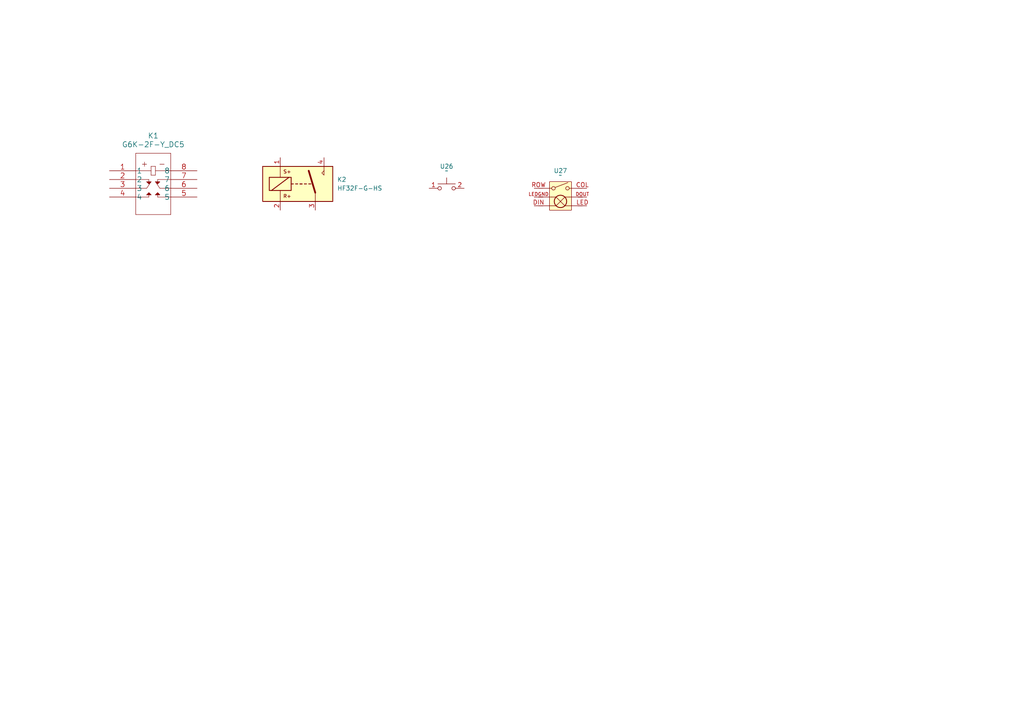
<source format=kicad_sch>
(kicad_sch (version 20241209) (generator "eeschema") (generator_version "9.0")
  (paper "A4")
  (lib_symbols
    (symbol "EXT_Switch:G6K-2F-Y_DC5" (pin_names (offset 0.254))
      (property "Reference" "K" (at 13.335 10.16 0))
      (property "Value" "G6K-2F-Y_DC5" (at 13.335 7.62 0))
      (symbol "G6K-2F-Y_DC5_1_1"
        (polyline (pts (xy 7.62 5.08) (xy 7.62 -12.7)) (stroke (width 0.127)))
        (polyline (pts (xy 7.62 0) (xy 12.065 0)) (stroke (width 0.127)))
        (polyline (pts (xy 7.62 -2.54) (xy 11.43 -2.54)) (stroke (width 0.127)))
        (polyline (pts (xy 7.62 -5.08) (xy 10.795 -5.08)) (stroke (width 0.127)))
        (polyline (pts (xy 7.62 -7.62) (xy 11.43 -7.62)) (stroke (width 0.127)))
        (polyline (pts (xy 7.62 -12.7) (xy 17.78 -12.7)) (stroke (width 0.127)))
        (polyline (pts (xy 9.525 1.905) (xy 10.795 1.905)) (stroke (width 0.127)))
        (polyline (pts (xy 10.16 2.54) (xy 10.16 1.27)) (stroke (width 0.127)))
        (polyline (pts (xy 10.795 -3.175) (xy 11.43 -3.81)) (stroke (width 0.127)))
        (polyline (pts (xy 10.795 -3.175) (xy 12.065 -3.175)) (stroke (width 0.127)))
        (polyline (pts (xy 10.795 -3.175) (xy 12.065 -3.175) (xy 11.43 -3.81) (xy 10.795 -3.175)) (fill (type outline)))
        (polyline (pts (xy 10.795 -6.985) (xy 11.43 -6.35)) (stroke (width 0.127)))
        (polyline (pts (xy 10.795 -6.985) (xy 12.065 -6.985)) (stroke (width 0.127)))
        (polyline (pts (xy 10.795 -6.985) (xy 11.43 -6.35) (xy 12.065 -6.985) (xy 10.795 -6.985)) (fill (type outline)))
        (polyline (pts (xy 11.43 -2.54) (xy 11.43 -3.175)) (stroke (width 0.127)))
        (polyline (pts (xy 11.43 -6.35) (xy 12.065 -6.985)) (stroke (width 0.127)))
        (polyline (pts (xy 11.43 -7.62) (xy 11.43 -6.985)) (stroke (width 0.127)))
        (polyline (pts (xy 12.065 1.27) (xy 12.065 -1.27)) (stroke (width 0.127)))
        (polyline (pts (xy 12.065 1.27) (xy 13.335 1.27)) (stroke (width 0.127)))
        (polyline (pts (xy 12.065 -1.27) (xy 13.335 -1.27)) (stroke (width 0.127)))
        (polyline (pts (xy 12.065 -3.175) (xy 10.795 -5.08)) (stroke (width 0.127)))
        (polyline (pts (xy 12.065 -3.175) (xy 11.43 -3.81)) (stroke (width 0.127)))
        (polyline (pts (xy 13.335 1.27) (xy 13.335 -1.27)) (stroke (width 0.127)))
        (polyline (pts (xy 13.335 -3.175) (xy 13.97 -3.81)) (stroke (width 0.127)))
        (polyline (pts (xy 13.335 -3.175) (xy 14.605 -3.175)) (stroke (width 0.127)))
        (polyline (pts (xy 13.335 -3.175) (xy 14.605 -3.175) (xy 13.97 -3.81) (xy 13.335 -3.175)) (fill (type outline)))
        (polyline (pts (xy 13.335 -6.985) (xy 13.97 -6.35)) (stroke (width 0.127)))
        (polyline (pts (xy 13.335 -6.985) (xy 14.605 -6.985)) (stroke (width 0.127)))
        (polyline (pts (xy 13.335 -6.985) (xy 13.97 -6.35) (xy 14.605 -6.985) (xy 13.335 -6.985)) (fill (type outline)))
        (polyline (pts (xy 13.97 -2.54) (xy 13.97 -3.175)) (stroke (width 0.127)))
        (polyline (pts (xy 13.97 -2.54) (xy 17.78 -2.54)) (stroke (width 0.127)))
        (polyline (pts (xy 13.97 -3.81) (xy 14.605 -3.175)) (stroke (width 0.127)))
        (polyline (pts (xy 13.97 -6.35) (xy 14.605 -6.985)) (stroke (width 0.127)))
        (polyline (pts (xy 13.97 -7.62) (xy 13.97 -6.985)) (stroke (width 0.127)))
        (polyline (pts (xy 13.97 -7.62) (xy 17.78 -7.62)) (stroke (width 0.127)))
        (polyline (pts (xy 14.605 1.905) (xy 15.875 1.905)) (stroke (width 0.127)))
        (polyline (pts (xy 14.605 -5.08) (xy 13.335 -3.175)) (stroke (width 0.127)))
        (polyline (pts (xy 17.78 5.08) (xy 7.62 5.08)) (stroke (width 0.127)))
        (polyline (pts (xy 17.78 0) (xy 13.335 0)) (stroke (width 0.127)))
        (polyline (pts (xy 17.78 -5.08) (xy 14.605 -5.08)) (stroke (width 0.127)))
        (polyline (pts (xy 17.78 -12.7) (xy 17.78 5.08)) (stroke (width 0.127)))
        (pin unspecified line (at 0 0 0) (length 7.62) (name "1") (number "1"))
        (pin unspecified line (at 0 -2.54 0) (length 7.62) (name "2") (number "2"))
        (pin unspecified line (at 0 -5.08 0) (length 7.62) (name "3") (number "3"))
        (pin unspecified line (at 0 -7.62 0) (length 7.62) (name "4") (number "4"))
        (pin unspecified line (at 25.4 0 180) (length 7.62) (name "8") (number "8"))
        (pin unspecified line (at 25.4 -2.54 180) (length 7.62) (name "7") (number "7"))
        (pin unspecified line (at 25.4 -5.08 180) (length 7.62) (name "6") (number "6"))
        (pin unspecified line (at 25.4 -7.62 180) (length 7.62) (name "5") (number "5"))
      )
    )
    (symbol "EXT_Switch:HF32F-G-HS"
      (property "Reference" "K" (at -1.016 2.794 0))
      (property "Value" "HF32F-G-HS" (at 0 0 0))
      (symbol "HF32F-G-HS_1_1"
        (rectangle (start -11.43 5.08) (end 8.89 -5.08) (stroke (width 0.254)) (fill (type background)))
        (rectangle (start -9.525 1.905) (end -3.175 -1.905) (stroke (width 0.254)))
        (polyline (pts (xy -8.89 -1.905) (xy -3.81 1.905)) (stroke (width 0.254)))
        (polyline (pts (xy -6.35 5.08) (xy -6.35 1.905)))
        (polyline (pts (xy -6.35 -5.08) (xy -6.35 -1.905)))
        (polyline (pts (xy -3.175 0) (xy -2.54 0)) (stroke (width 0.254)))
        (polyline (pts (xy -1.905 0) (xy -1.27 0)) (stroke (width 0.254)))
        (polyline (pts (xy -0.635 0) (xy 0 0)) (stroke (width 0.254)))
        (polyline (pts (xy -0.635 0) (xy 0 0)) (stroke (width 0.254)))
        (polyline (pts (xy 0.635 0) (xy 1.27 0)) (stroke (width 0.254)))
        (polyline (pts (xy 1.905 0) (xy 2.54 0)) (stroke (width 0.254)))
        (polyline (pts (xy 3.81 -2.54) (xy 1.905 3.81)) (stroke (width 0.508)))
        (polyline (pts (xy 3.81 -2.54) (xy 3.81 -5.08)))
        (polyline (pts (xy 6.35 3.81) (xy 6.35 5.08)))
        (polyline (pts (xy 6.35 3.81) (xy 6.35 2.54) (xy 5.715 3.175) (xy 6.35 3.81)))
        (text "S+" (at -4.318 3.556 0) (effects (font (size 1.016 1.016))))
        (text "R+" (at -4.318 -3.556 0) (effects (font (size 1.016 1.016))))
        (pin passive line (at -6.35 7.62 270) (length 2.54) (name "~") (number "1"))
        (pin passive line (at -6.35 -7.62 90) (length 2.54) (name "~") (number "2"))
        (pin passive line (at 3.81 -7.62 90) (length 2.54) (name "~") (number "3"))
        (pin passive line (at 6.35 7.62 270) (length 2.54) (name "~") (number "4"))
      )
    )
    (symbol "EXT_Switch:SW_Push"
      (property "Reference" "U" (at 0 0 0))
      (symbol "SW_Push_0_1"
        (circle (center -2.032 2.54) (radius 0.508))
        (polyline (pts (xy 0 3.81) (xy 0 5.588)))
        (circle (center 2.032 2.54) (radius 0.508))
        (polyline (pts (xy 2.54 3.81) (xy -2.54 3.81)))
        (pin passive line (at -5.08 2.54 0) (length 2.54) (name "") (number "1"))
        (pin passive line (at 5.08 2.54 180) (length 2.54) (name "") (number "2"))
      )
    )
    (symbol "EXT_Switch:热插拔机械键盘轴座"
      (property "Reference" "U" (at 0 0 0))
      (symbol "热插拔机械键盘轴座_0_1"
        (polyline (pts (xy -6.35 7.62) (xy -3.81 7.62) (xy -2.54 7.62)))
        (polyline (pts (xy -2.54 5.08) (xy -6.35 5.08)))
        (polyline (pts (xy -2.54 5.08) (xy -1.27 5.08)))
        (polyline (pts (xy -2.54 2.54) (xy -6.35 2.54)))
        (polyline (pts (xy -2.54 2.54) (xy -2.54 2.54)))
        (circle (center -2.032 7.62) (radius 0.508))
        (polyline (pts (xy -1.524 7.874) (xy 2.159 9.271)))
        (polyline (pts (xy -1.27 5.08) (xy 1.27 2.54)))
        (polyline (pts (xy -1.27 2.54) (xy -2.54 2.54)))
        (polyline (pts (xy -1.27 2.54) (xy 1.27 5.08)))
        (circle (center 0 3.81) (radius 1.7961) (stroke (width 0.254)))
        (polyline (pts (xy 1.27 5.08) (xy 1.27 5.08)))
        (polyline (pts (xy 1.27 2.54) (xy 2.54 2.54)))
        (circle (center 2.032 7.62) (radius 0.508))
        (polyline (pts (xy 2.54 7.62) (xy 2.54 7.62)))
        (polyline (pts (xy 2.54 5.08) (xy 1.27 5.08)))
        (polyline (pts (xy 2.54 5.08) (xy 2.54 5.08)))
        (polyline (pts (xy 2.54 2.54) (xy 2.54 2.54)))
        (polyline (pts (xy 2.54 2.54) (xy 2.54 2.54)))
        (polyline (pts (xy 6.35 7.62) (xy 2.54 7.62)))
        (polyline (pts (xy 6.35 5.08) (xy 2.54 5.08)))
        (polyline (pts (xy 6.35 2.54) (xy 2.54 2.54)))
      )
      (symbol "热插拔机械键盘轴座_1_1"
        (rectangle (start -3.175 9.525) (end 3.175 1.27) (fill (type background)))
        (pin passive line (at -7.62 7.62 0) (length 2.54) (name "") (number "ROW"))
        (pin passive line (at -7.62 5.08 0) (length 2.54) (name "") (number "LEDGND"))
        (pin passive line (at -7.62 2.54 0) (length 2.54) (name "") (number "DIN"))
        (pin passive line (at 7.62 7.62 180) (length 2.54) (name "") (number "COL"))
        (pin passive line (at 7.62 5.08 180) (length 2.54) (name "") (number "DOUT"))
        (pin passive line (at 7.62 2.54 180) (length 2.54) (name "") (number "LED"))
      )
    )
  )
  (symbol (lib_id "EXT_Switch:HF32F-G-HS") (at 87.63 53.34 0) (unit 1)
    (property "Reference" "K2" (at 97.79 52.0699 0) (effects (justify left)))
    (property "Value" "HF32F-G-HS" (at 97.79 54.6099 0) (effects (justify left)))
    (property "Footprint" "EXT_Switch_THT:HF32F-G-HS" (effects (hide yes)))
  )
  (symbol (lib_id "EXT_Switch:SW_Push") (at 129.54 57.15 0) (unit 1)
    (property "Reference" "U26" (at 129.54 48.26 0))
    (property "Value" "~" (at 129.54 49.53 0))
    (property "Footprint" "EXT_Switch_THT:SW_Push_1P1T_NO_6x6mm" (effects (hide yes)))
  )
  (symbol (lib_id "EXT_Switch:G6K-2F-Y_DC5") (at 31.75 49.53 0) (unit 1)
    (property "Reference" "K1" (at 44.45 39.37 0) (effects (font (size 1.524 1.524))))
    (property "Value" "G6K-2F-Y_DC5" (at 44.45 41.91 0) (effects (font (size 1.524 1.524))))
    (property "Footprint" "DuRuofu_Switch:G6K-2F-Y DC5" (effects (hide yes)))
    (property "Description" "信号继电器，高达 2 A" (effects (hide yes)))
  )
  (symbol (lib_id "EXT_Switch:热插拔机械键盘轴座") (at 162.56 62.23 0) (unit 1)
    (property "Reference" "U27" (at 162.56 49.53 0))
    (property "Value" "~" (at 162.56 50.8 0))
    (property "Footprint" "EXT_Switch_THT:热插拔键盘轴(RGB反贴)(30mm)" (effects (hide yes)))
  )
)
</source>
